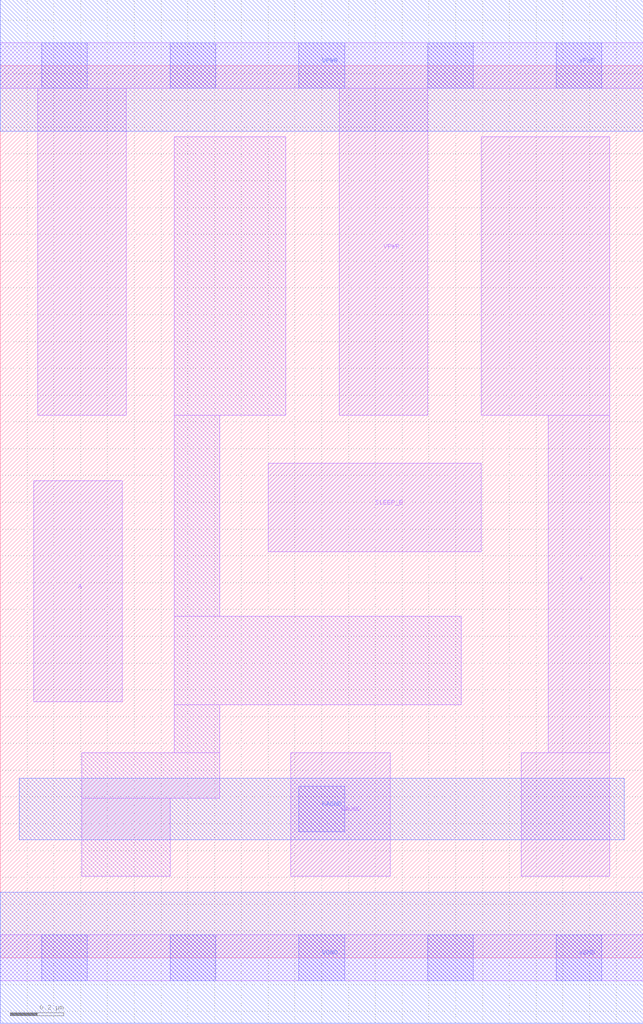
<source format=lef>
# Copyright 2020 The SkyWater PDK Authors
#
# Licensed under the Apache License, Version 2.0 (the "License");
# you may not use this file except in compliance with the License.
# You may obtain a copy of the License at
#
#     https://www.apache.org/licenses/LICENSE-2.0
#
# Unless required by applicable law or agreed to in writing, software
# distributed under the License is distributed on an "AS IS" BASIS,
# WITHOUT WARRANTIES OR CONDITIONS OF ANY KIND, either express or implied.
# See the License for the specific language governing permissions and
# limitations under the License.
#
# SPDX-License-Identifier: Apache-2.0

VERSION 5.7 ;
  NAMESCASESENSITIVE ON ;
  NOWIREEXTENSIONATPIN ON ;
  DIVIDERCHAR "/" ;
  BUSBITCHARS "[]" ;
UNITS
  DATABASE MICRONS 200 ;
END UNITS
MACRO sky130_fd_sc_lp__iso0n_lp2
  CLASS CORE ;
  SOURCE USER ;
  FOREIGN sky130_fd_sc_lp__iso0n_lp2 ;
  ORIGIN  0.000000  0.000000 ;
  SIZE  2.400000 BY  3.330000 ;
  SYMMETRY X Y R90 ;
  SITE unit ;
  PIN A
    ANTENNAGATEAREA  0.313000 ;
    DIRECTION INPUT ;
    USE SIGNAL ;
    PORT
      LAYER li1 ;
        RECT 0.125000 0.955000 0.455000 1.780000 ;
    END
  END A
  PIN SLEEP_B
    ANTENNAGATEAREA  0.313000 ;
    DIRECTION INPUT ;
    USE SIGNAL ;
    PORT
      LAYER li1 ;
        RECT 1.000000 1.515000 1.795000 1.845000 ;
    END
  END SLEEP_B
  PIN X
    ANTENNADIFFAREA  0.404700 ;
    DIRECTION OUTPUT ;
    USE SIGNAL ;
    PORT
      LAYER li1 ;
        RECT 1.795000 2.025000 2.275000 3.065000 ;
        RECT 1.945000 0.305000 2.275000 0.765000 ;
        RECT 2.045000 0.765000 2.275000 2.025000 ;
    END
  END X
  PIN KAGND
    USE GROUND ;
    PORT
      LAYER li1 ;
        RECT 1.085000 0.305000 1.455000 0.765000 ;
      LAYER mcon ;
        RECT 1.115000 0.470000 1.285000 0.640000 ;
      LAYER met1 ;
        RECT 0.070000 0.440000 2.330000 0.670000 ;
    END
  END KAGND
  PIN VGND
    DIRECTION INOUT ;
    USE GROUND ;
    PORT
      LAYER li1 ;
        RECT 0.000000 -0.085000 2.400000 0.085000 ;
      LAYER mcon ;
        RECT 0.155000 -0.085000 0.325000 0.085000 ;
        RECT 0.635000 -0.085000 0.805000 0.085000 ;
        RECT 1.115000 -0.085000 1.285000 0.085000 ;
        RECT 1.595000 -0.085000 1.765000 0.085000 ;
        RECT 2.075000 -0.085000 2.245000 0.085000 ;
      LAYER met1 ;
        RECT 0.000000 -0.245000 2.400000 0.245000 ;
    END
  END VGND
  PIN VPWR
    DIRECTION INOUT ;
    USE POWER ;
    PORT
      LAYER li1 ;
        RECT 0.000000 3.245000 2.400000 3.415000 ;
        RECT 0.140000 2.025000 0.470000 3.245000 ;
        RECT 1.265000 2.025000 1.595000 3.245000 ;
      LAYER mcon ;
        RECT 0.155000 3.245000 0.325000 3.415000 ;
        RECT 0.635000 3.245000 0.805000 3.415000 ;
        RECT 1.115000 3.245000 1.285000 3.415000 ;
        RECT 1.595000 3.245000 1.765000 3.415000 ;
        RECT 2.075000 3.245000 2.245000 3.415000 ;
      LAYER met1 ;
        RECT 0.000000 3.085000 2.400000 3.575000 ;
    END
  END VPWR
  OBS
    LAYER li1 ;
      RECT 0.305000 0.305000 0.635000 0.595000 ;
      RECT 0.305000 0.595000 0.820000 0.765000 ;
      RECT 0.650000 0.765000 0.820000 0.945000 ;
      RECT 0.650000 0.945000 1.720000 1.275000 ;
      RECT 0.650000 1.275000 0.820000 2.025000 ;
      RECT 0.650000 2.025000 1.065000 3.065000 ;
  END
END sky130_fd_sc_lp__iso0n_lp2

</source>
